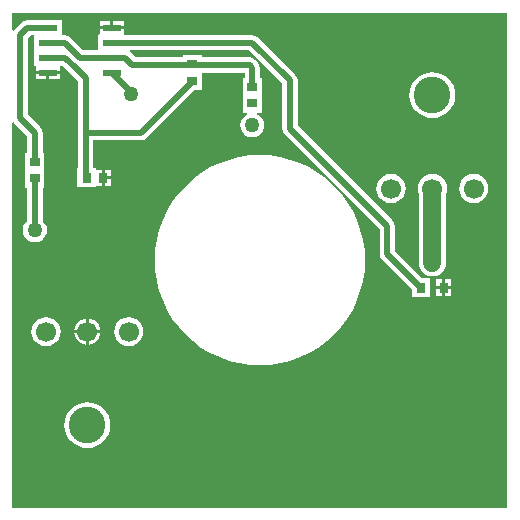
<source format=gbr>
G04 Layer_Physical_Order=1*
G04 Layer_Color=255*
%FSLAX26Y26*%
%MOIN*%
%TF.FileFunction,Copper,L1,Top,Signal*%
%TF.Part,Single*%
G01*
G75*
%TA.AperFunction,SMDPad,CuDef*%
%ADD10R,0.033465X0.031496*%
%ADD11R,0.031496X0.033465*%
%ADD12R,0.031496X0.035433*%
%ADD13R,0.061024X0.023622*%
%TA.AperFunction,Conductor*%
%ADD14C,0.020000*%
%ADD15C,0.060000*%
%TA.AperFunction,ComponentPad*%
%ADD16C,0.122047*%
%ADD17C,0.066929*%
%TA.AperFunction,ViaPad*%
%ADD18C,0.050000*%
G36*
X1700000Y50000D02*
X50000D01*
Y1333417D01*
X55000Y1334933D01*
X56976Y1331976D01*
X99510Y1289442D01*
Y1233307D01*
X93268D01*
Y1171811D01*
Y1116693D01*
X99510D01*
Y1005860D01*
X96472Y1003528D01*
X90060Y995173D01*
X86029Y985442D01*
X84655Y975000D01*
X86029Y964558D01*
X90060Y954827D01*
X96472Y946472D01*
X104827Y940060D01*
X114558Y936029D01*
X125000Y934655D01*
X135442Y936029D01*
X145173Y940060D01*
X153528Y946472D01*
X159940Y954827D01*
X163970Y964558D01*
X165345Y975000D01*
X163970Y985442D01*
X159940Y995173D01*
X153528Y1003528D01*
X150490Y1005860D01*
Y1116693D01*
X156732D01*
Y1171811D01*
Y1233307D01*
X150490D01*
Y1300000D01*
X148549Y1309755D01*
X143024Y1318024D01*
X100490Y1360558D01*
Y1614442D01*
X110558Y1624510D01*
X123189D01*
Y1573189D01*
Y1523189D01*
X123760D01*
X128189Y1521811D01*
X128189Y1518189D01*
Y1505000D01*
X168701D01*
X209213D01*
X209213Y1521811D01*
X213642Y1523189D01*
X214213D01*
X218350Y1521105D01*
X242479Y1496976D01*
X243978Y1495974D01*
X268510Y1471442D01*
Y1300000D01*
Y1181732D01*
X266693D01*
Y1118268D01*
X328189D01*
Y1123268D01*
X347559D01*
Y1150000D01*
Y1176732D01*
X328189D01*
Y1181732D01*
X319490D01*
Y1274510D01*
X477559D01*
X487313Y1276450D01*
X495583Y1281976D01*
X655300Y1441693D01*
X681732D01*
Y1499510D01*
X824510D01*
Y1483307D01*
X818268D01*
Y1421811D01*
Y1366693D01*
X833065D01*
X834059Y1361693D01*
X829827Y1359940D01*
X821472Y1353528D01*
X815060Y1345173D01*
X811029Y1335442D01*
X809655Y1325000D01*
X811029Y1314558D01*
X815060Y1304827D01*
X821472Y1296472D01*
X829827Y1290060D01*
X839558Y1286030D01*
X850000Y1284655D01*
X860442Y1286030D01*
X870173Y1290060D01*
X878528Y1296472D01*
X884940Y1304827D01*
X888971Y1314558D01*
X890345Y1325000D01*
X888971Y1335442D01*
X884940Y1345173D01*
X878528Y1353528D01*
X870173Y1359940D01*
X865941Y1361693D01*
X866935Y1366693D01*
X881732D01*
Y1421811D01*
Y1483307D01*
X875490D01*
Y1516388D01*
X873549Y1526143D01*
X868024Y1534412D01*
X859412Y1543024D01*
X851143Y1548550D01*
X841388Y1550490D01*
X681732D01*
Y1558307D01*
X618268D01*
Y1550490D01*
X460558D01*
X443024Y1568024D01*
X440800Y1569510D01*
X442317Y1574510D01*
X839442D01*
X949510Y1464442D01*
Y1313606D01*
X951451Y1303852D01*
X956976Y1295582D01*
X1125335Y1127224D01*
X1121886Y1123602D01*
X1120047Y1125268D01*
X1097305Y1145880D01*
X1069684Y1166365D01*
X1040188Y1184045D01*
X1009101Y1198748D01*
X976722Y1210333D01*
X943364Y1218689D01*
X909347Y1223735D01*
X875000Y1225422D01*
X840653Y1223735D01*
X806636Y1218689D01*
X773278Y1210333D01*
X740899Y1198748D01*
X709812Y1184045D01*
X680316Y1166365D01*
X652695Y1145880D01*
X627214Y1122786D01*
X604120Y1097305D01*
X583635Y1069684D01*
X565955Y1040188D01*
X551252Y1009101D01*
X539667Y976722D01*
X531311Y943364D01*
X526265Y909347D01*
X524578Y875000D01*
X526265Y840653D01*
X531311Y806636D01*
X539667Y773278D01*
X551252Y740899D01*
X565955Y709812D01*
X583635Y680316D01*
X604120Y652695D01*
X627214Y627214D01*
X652695Y604120D01*
X680316Y583635D01*
X709812Y565955D01*
X740899Y551252D01*
X773278Y539667D01*
X806636Y531311D01*
X840653Y526265D01*
X875000Y524578D01*
X909347Y526265D01*
X943364Y531311D01*
X976722Y539667D01*
X1009101Y551252D01*
X1040188Y565955D01*
X1069684Y583635D01*
X1097305Y604120D01*
X1122786Y627214D01*
X1145880Y652695D01*
X1166365Y680316D01*
X1184045Y709812D01*
X1198748Y740899D01*
X1210333Y773278D01*
X1218689Y806636D01*
X1223735Y840653D01*
X1225422Y875000D01*
X1223735Y909347D01*
X1218689Y943364D01*
X1210333Y976722D01*
X1198748Y1009101D01*
X1184045Y1040188D01*
X1166365Y1069684D01*
X1145880Y1097305D01*
X1125268Y1120047D01*
X1123602Y1121886D01*
X1127224Y1125335D01*
X1274510Y978048D01*
Y896260D01*
X1276450Y886505D01*
X1281976Y878236D01*
X1381850Y778361D01*
Y750945D01*
X1443346D01*
Y816378D01*
X1415930D01*
X1325490Y906818D01*
Y988606D01*
X1323550Y998361D01*
X1318024Y1006630D01*
X1000490Y1324165D01*
Y1475000D01*
X998549Y1484755D01*
X993024Y1493024D01*
X868024Y1618024D01*
X859755Y1623550D01*
X850000Y1625490D01*
X426811D01*
Y1626811D01*
X426240D01*
X421811Y1628189D01*
X421811Y1631811D01*
Y1645000D01*
X381299D01*
X340787D01*
X340787Y1628189D01*
X336358Y1626811D01*
X335787D01*
Y1575490D01*
X285558D01*
X243024Y1618024D01*
X234755Y1623550D01*
X225000Y1625490D01*
X214213D01*
Y1676811D01*
X123189D01*
Y1675490D01*
X100000D01*
X90245Y1673550D01*
X81976Y1668024D01*
X56976Y1643024D01*
X55000Y1640067D01*
X50000Y1641583D01*
Y1700000D01*
X1700000D01*
Y50000D01*
D02*
G37*
%LPC*%
G36*
X305000Y679599D02*
Y641417D01*
X343181D01*
X342346Y647764D01*
X337966Y658337D01*
X330999Y667417D01*
X321920Y674384D01*
X311346Y678763D01*
X305000Y679599D01*
D02*
G37*
G36*
X1482402Y778661D02*
X1461653D01*
Y755945D01*
X1482402D01*
Y778661D01*
D02*
G37*
G36*
Y811378D02*
X1461653D01*
Y788661D01*
X1482402D01*
Y811378D01*
D02*
G37*
G36*
X1513149Y778661D02*
X1492402D01*
Y755945D01*
X1513149D01*
Y778661D01*
D02*
G37*
G36*
X295000Y679599D02*
X288654Y678763D01*
X278080Y674384D01*
X269001Y667417D01*
X262034Y658337D01*
X257654Y647764D01*
X256819Y641417D01*
X295000D01*
Y679599D01*
D02*
G37*
G36*
X162205Y685300D02*
X149553Y683634D01*
X137763Y678751D01*
X127639Y670983D01*
X119871Y660859D01*
X114988Y649069D01*
X113322Y636417D01*
X114988Y623765D01*
X119871Y611976D01*
X127639Y601852D01*
X137763Y594084D01*
X149553Y589200D01*
X162205Y587535D01*
X174857Y589200D01*
X186646Y594084D01*
X196770Y601852D01*
X204538Y611976D01*
X209422Y623765D01*
X211087Y636417D01*
X209422Y649069D01*
X204538Y660859D01*
X196770Y670983D01*
X186646Y678751D01*
X174857Y683634D01*
X162205Y685300D01*
D02*
G37*
G36*
X300000Y401391D02*
X285097Y399924D01*
X270766Y395577D01*
X257559Y388517D01*
X245983Y379017D01*
X236483Y367441D01*
X229423Y354234D01*
X225076Y339903D01*
X223609Y325000D01*
X225076Y310097D01*
X229423Y295766D01*
X236483Y282559D01*
X245983Y270983D01*
X257559Y261483D01*
X270766Y254423D01*
X285097Y250076D01*
X300000Y248609D01*
X314903Y250076D01*
X329234Y254423D01*
X342441Y261483D01*
X354017Y270983D01*
X363517Y282559D01*
X370577Y295766D01*
X374924Y310097D01*
X376391Y325000D01*
X374924Y339903D01*
X370577Y354234D01*
X363517Y367441D01*
X354017Y379017D01*
X342441Y388517D01*
X329234Y395577D01*
X314903Y399924D01*
X300000Y401391D01*
D02*
G37*
G36*
X437795Y685300D02*
X425144Y683634D01*
X413354Y678751D01*
X403230Y670983D01*
X395462Y660859D01*
X390578Y649069D01*
X388913Y636417D01*
X390578Y623765D01*
X395462Y611976D01*
X403230Y601852D01*
X413354Y594084D01*
X425144Y589200D01*
X437795Y587535D01*
X450447Y589200D01*
X462237Y594084D01*
X472361Y601852D01*
X480129Y611976D01*
X485012Y623765D01*
X486678Y636417D01*
X485012Y649069D01*
X480129Y660859D01*
X472361Y670983D01*
X462237Y678751D01*
X450447Y683634D01*
X437795Y685300D01*
D02*
G37*
G36*
X343181Y631417D02*
X305000D01*
Y593236D01*
X311346Y594072D01*
X321920Y598451D01*
X330999Y605418D01*
X337966Y614497D01*
X342346Y625071D01*
X343181Y631417D01*
D02*
G37*
G36*
X295000D02*
X256819D01*
X257654Y625071D01*
X262034Y614497D01*
X269001Y605418D01*
X278080Y598451D01*
X288654Y594072D01*
X295000Y593236D01*
Y631417D01*
D02*
G37*
G36*
X1513149Y811378D02*
X1492402D01*
Y788661D01*
X1513149D01*
Y811378D01*
D02*
G37*
G36*
X163701Y1495000D02*
X128189D01*
Y1478189D01*
X163701D01*
Y1495000D01*
D02*
G37*
G36*
X1450000Y1501391D02*
X1435097Y1499924D01*
X1420766Y1495576D01*
X1407559Y1488517D01*
X1395983Y1479017D01*
X1386483Y1467441D01*
X1379424Y1454234D01*
X1375076Y1439903D01*
X1373609Y1425000D01*
X1375076Y1410097D01*
X1379424Y1395766D01*
X1386483Y1382559D01*
X1395983Y1370983D01*
X1407559Y1361483D01*
X1420766Y1354424D01*
X1435097Y1350076D01*
X1450000Y1348609D01*
X1464903Y1350076D01*
X1479234Y1354424D01*
X1492441Y1361483D01*
X1504017Y1370983D01*
X1513517Y1382559D01*
X1520576Y1395766D01*
X1524924Y1410097D01*
X1526391Y1425000D01*
X1524924Y1439903D01*
X1520576Y1454234D01*
X1513517Y1467441D01*
X1504017Y1479017D01*
X1492441Y1488517D01*
X1479234Y1495576D01*
X1464903Y1499924D01*
X1450000Y1501391D01*
D02*
G37*
G36*
X209213Y1495000D02*
X173701D01*
Y1478189D01*
X209213D01*
Y1495000D01*
D02*
G37*
G36*
X421811Y1671811D02*
X386299D01*
Y1655000D01*
X421811D01*
Y1671811D01*
D02*
G37*
G36*
X376299D02*
X340787D01*
Y1655000D01*
X376299D01*
Y1671811D01*
D02*
G37*
G36*
X1312205Y1162465D02*
X1299553Y1160800D01*
X1287763Y1155916D01*
X1277639Y1148148D01*
X1269871Y1138024D01*
X1264988Y1126235D01*
X1263322Y1113583D01*
X1264988Y1100931D01*
X1269871Y1089141D01*
X1277639Y1079017D01*
X1287763Y1071249D01*
X1299553Y1066366D01*
X1312205Y1064700D01*
X1324857Y1066366D01*
X1336646Y1071249D01*
X1346770Y1079017D01*
X1354538Y1089141D01*
X1359422Y1100931D01*
X1361087Y1113583D01*
X1359422Y1126235D01*
X1354538Y1138024D01*
X1346770Y1148148D01*
X1336646Y1155916D01*
X1324857Y1160800D01*
X1312205Y1162465D01*
D02*
G37*
G36*
X1450000D02*
X1437348Y1160800D01*
X1425559Y1155916D01*
X1415435Y1148148D01*
X1407666Y1138024D01*
X1402783Y1126235D01*
X1401117Y1113583D01*
X1402783Y1100931D01*
X1404612Y1096516D01*
Y866339D01*
X1406158Y854591D01*
X1410693Y843644D01*
X1417906Y834244D01*
X1427306Y827031D01*
X1438253Y822497D01*
X1450000Y820950D01*
X1461747Y822497D01*
X1472694Y827031D01*
X1482094Y834244D01*
X1489307Y843644D01*
X1493842Y854591D01*
X1495388Y866339D01*
Y1096516D01*
X1497217Y1100931D01*
X1498883Y1113583D01*
X1497217Y1126235D01*
X1492334Y1138024D01*
X1484565Y1148148D01*
X1474441Y1155916D01*
X1462652Y1160800D01*
X1450000Y1162465D01*
D02*
G37*
G36*
X1587795D02*
X1575143Y1160800D01*
X1563354Y1155916D01*
X1553230Y1148148D01*
X1545462Y1138024D01*
X1540578Y1126235D01*
X1538913Y1113583D01*
X1540578Y1100931D01*
X1545462Y1089141D01*
X1553230Y1079017D01*
X1563354Y1071249D01*
X1575143Y1066366D01*
X1587795Y1064700D01*
X1600447Y1066366D01*
X1612237Y1071249D01*
X1622361Y1079017D01*
X1630129Y1089141D01*
X1635012Y1100931D01*
X1636678Y1113583D01*
X1635012Y1126235D01*
X1630129Y1138024D01*
X1622361Y1148148D01*
X1612237Y1155916D01*
X1600447Y1160800D01*
X1587795Y1162465D01*
D02*
G37*
G36*
X378307Y1176732D02*
X357559D01*
Y1155000D01*
X378307D01*
Y1176732D01*
D02*
G37*
G36*
Y1145000D02*
X357559D01*
Y1123268D01*
X378307D01*
Y1145000D01*
D02*
G37*
%LPD*%
D10*
X125000Y1147441D02*
D03*
Y1202559D02*
D03*
X850000Y1397441D02*
D03*
Y1452559D02*
D03*
X650000Y1527559D02*
D03*
Y1472441D02*
D03*
D11*
X297441Y1150000D02*
D03*
X352559D02*
D03*
D12*
X1412598Y783661D02*
D03*
X1487401D02*
D03*
X1450000Y866339D02*
D03*
D13*
X168701Y1650000D02*
D03*
Y1600000D02*
D03*
Y1550000D02*
D03*
Y1500000D02*
D03*
X381299Y1650000D02*
D03*
Y1600000D02*
D03*
Y1550000D02*
D03*
Y1500000D02*
D03*
D14*
X647559Y1470000D02*
X650000D01*
X450000Y1525000D02*
X841388D01*
X125000Y975000D02*
Y1147441D01*
X446000Y1429000D02*
Y1435299D01*
X381299Y1500000D02*
X446000Y1435299D01*
X168701Y1600000D02*
X225000D01*
X275000Y1550000D01*
X381299D01*
X168701D02*
X225503D01*
X260503Y1515000D01*
X261000D01*
X294000Y1482000D01*
X425000Y1550000D02*
X450000Y1525000D01*
X381299Y1550000D02*
X425000D01*
X381299Y1600000D02*
X850000D01*
X294000Y1153441D02*
X297441Y1150000D01*
X294000Y1300000D02*
X477559D01*
X647559Y1470000D01*
X294000Y1153441D02*
Y1300000D01*
Y1482000D01*
X850000Y1452559D02*
Y1516388D01*
X841388Y1525000D02*
X850000Y1516388D01*
Y1600000D02*
X975000Y1475000D01*
Y1313606D02*
Y1475000D01*
X1300000Y896260D02*
X1412598Y783661D01*
X1300000Y896260D02*
Y988606D01*
X975000Y1313606D02*
X1300000Y988606D01*
X100000Y1650000D02*
X168701D01*
X125000Y1202559D02*
Y1300000D01*
X75000Y1350000D02*
X125000Y1300000D01*
X75000Y1350000D02*
Y1625000D01*
X100000Y1650000D01*
D15*
X1450000Y866339D02*
Y1113583D01*
D16*
Y1425000D02*
D03*
X300000Y325000D02*
D03*
D17*
X1312205Y1113583D02*
D03*
X1450000D02*
D03*
X1587795D02*
D03*
X437795Y636417D02*
D03*
X300000D02*
D03*
X162205D02*
D03*
D18*
X125000Y975000D02*
D03*
X446000Y1429000D02*
D03*
X850000Y1325000D02*
D03*
%TF.MD5,113a5dc009fc02fb8619c0cc5e4c6f56*%
M02*

</source>
